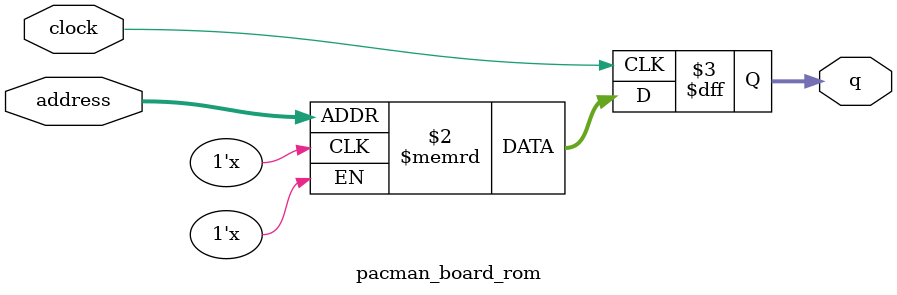
<source format=sv>
module pacman_board_rom (
	input logic clock,
	input logic [15:0] address,
	output logic [2:0] q
);

logic [2:0] memory [0:38399] /* synthesis ram_init_file = "./pacman_board/pacman_board.mif" */;

always_ff @ (posedge clock) begin
	q <= memory[address];
end

endmodule

</source>
